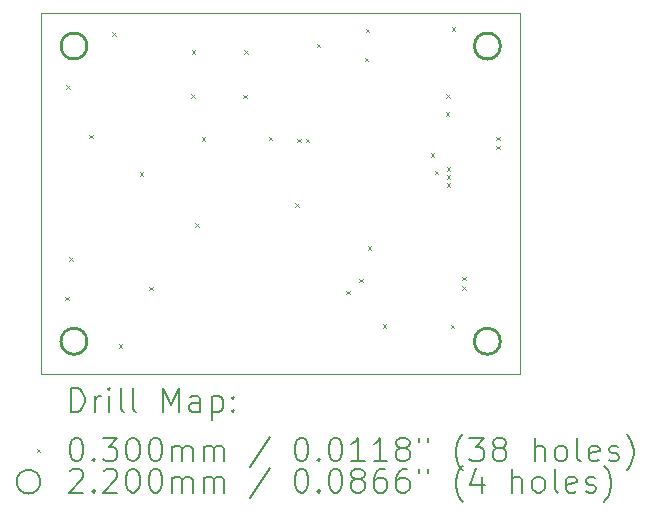
<source format=gbr>
%TF.GenerationSoftware,KiCad,Pcbnew,8.0.6*%
%TF.CreationDate,2024-11-12T21:32:05-08:00*%
%TF.ProjectId,sensor_board,73656e73-6f72-45f6-926f-6172642e6b69,rev?*%
%TF.SameCoordinates,Original*%
%TF.FileFunction,Drillmap*%
%TF.FilePolarity,Positive*%
%FSLAX45Y45*%
G04 Gerber Fmt 4.5, Leading zero omitted, Abs format (unit mm)*
G04 Created by KiCad (PCBNEW 8.0.6) date 2024-11-12 21:32:05*
%MOMM*%
%LPD*%
G01*
G04 APERTURE LIST*
%ADD10C,0.100000*%
%ADD11C,0.200000*%
%ADD12C,0.220000*%
G04 APERTURE END LIST*
D10*
X0Y0D02*
X4060000Y0D01*
X4060000Y-3060000D01*
X0Y-3060000D01*
X0Y0D01*
D11*
D10*
X205980Y-2403080D02*
X235980Y-2433080D01*
X235980Y-2403080D02*
X205980Y-2433080D01*
X216140Y-612380D02*
X246140Y-642380D01*
X246140Y-612380D02*
X216140Y-642380D01*
X239000Y-2067800D02*
X269000Y-2097800D01*
X269000Y-2067800D02*
X239000Y-2097800D01*
X409180Y-1031480D02*
X439180Y-1061480D01*
X439180Y-1031480D02*
X409180Y-1061480D01*
X604760Y-162800D02*
X634760Y-192800D01*
X634760Y-162800D02*
X604760Y-192800D01*
X658100Y-2804400D02*
X688100Y-2834400D01*
X688100Y-2804400D02*
X658100Y-2834400D01*
X835900Y-1348980D02*
X865900Y-1378980D01*
X865900Y-1348980D02*
X835900Y-1378980D01*
X916500Y-2316720D02*
X946500Y-2346720D01*
X946500Y-2316720D02*
X916500Y-2346720D01*
X1272780Y-686040D02*
X1302780Y-716040D01*
X1302780Y-686040D02*
X1272780Y-716040D01*
X1277860Y-317740D02*
X1307860Y-347740D01*
X1307860Y-317740D02*
X1277860Y-347740D01*
X1308340Y-1778240D02*
X1338340Y-1808240D01*
X1338340Y-1778240D02*
X1308340Y-1808240D01*
X1361680Y-1051800D02*
X1391680Y-1081800D01*
X1391680Y-1051800D02*
X1361680Y-1081800D01*
X1714740Y-693660D02*
X1744740Y-723660D01*
X1744740Y-693660D02*
X1714740Y-723660D01*
X1719820Y-317740D02*
X1749820Y-347740D01*
X1749820Y-317740D02*
X1719820Y-347740D01*
X1930640Y-1046720D02*
X1960640Y-1076720D01*
X1960640Y-1046720D02*
X1930640Y-1076720D01*
X2151620Y-1613140D02*
X2181620Y-1643140D01*
X2181620Y-1613140D02*
X2151620Y-1643140D01*
X2171940Y-1064500D02*
X2201940Y-1094500D01*
X2201940Y-1064500D02*
X2171940Y-1094500D01*
X2240520Y-1064500D02*
X2270520Y-1094500D01*
X2270520Y-1064500D02*
X2240520Y-1094500D01*
X2335000Y-260000D02*
X2365000Y-290000D01*
X2365000Y-260000D02*
X2335000Y-290000D01*
X2585960Y-2352280D02*
X2615960Y-2382280D01*
X2615960Y-2352280D02*
X2585960Y-2382280D01*
X2696692Y-2249168D02*
X2726692Y-2279168D01*
X2726692Y-2249168D02*
X2696692Y-2279168D01*
X2743440Y-378700D02*
X2773440Y-408700D01*
X2773440Y-378700D02*
X2743440Y-408700D01*
X2748520Y-132320D02*
X2778520Y-162320D01*
X2778520Y-132320D02*
X2748520Y-162320D01*
X2768840Y-1973820D02*
X2798840Y-2003820D01*
X2798840Y-1973820D02*
X2768840Y-2003820D01*
X2895840Y-2636760D02*
X2925840Y-2666760D01*
X2925840Y-2636760D02*
X2895840Y-2666760D01*
X3299700Y-1188960D02*
X3329700Y-1218960D01*
X3329700Y-1188960D02*
X3299700Y-1218960D01*
X3335260Y-1336280D02*
X3365260Y-1366280D01*
X3365260Y-1336280D02*
X3335260Y-1366280D01*
X3429240Y-838440D02*
X3459240Y-868440D01*
X3459240Y-838440D02*
X3429240Y-868440D01*
X3431780Y-686040D02*
X3461780Y-716040D01*
X3461780Y-686040D02*
X3431780Y-716040D01*
X3436860Y-1305800D02*
X3466860Y-1335800D01*
X3466860Y-1305800D02*
X3436860Y-1335800D01*
X3436860Y-1374380D02*
X3466860Y-1404380D01*
X3466860Y-1374380D02*
X3436860Y-1404380D01*
X3436860Y-1442960D02*
X3466860Y-1472960D01*
X3466860Y-1442960D02*
X3436860Y-1472960D01*
X3469880Y-2639300D02*
X3499880Y-2669300D01*
X3499880Y-2639300D02*
X3469880Y-2669300D01*
X3480040Y-122160D02*
X3510040Y-152160D01*
X3510040Y-122160D02*
X3480040Y-152160D01*
X3566400Y-2232900D02*
X3596400Y-2262900D01*
X3596400Y-2232900D02*
X3566400Y-2262900D01*
X3568940Y-2314180D02*
X3598940Y-2344180D01*
X3598940Y-2314180D02*
X3568940Y-2344180D01*
X3855960Y-1046720D02*
X3885960Y-1076720D01*
X3885960Y-1046720D02*
X3855960Y-1076720D01*
X3855960Y-1122920D02*
X3885960Y-1152920D01*
X3885960Y-1122920D02*
X3855960Y-1152920D01*
D12*
X390000Y-280000D02*
G75*
G02*
X170000Y-280000I-110000J0D01*
G01*
X170000Y-280000D02*
G75*
G02*
X390000Y-280000I110000J0D01*
G01*
X390000Y-2780000D02*
G75*
G02*
X170000Y-2780000I-110000J0D01*
G01*
X170000Y-2780000D02*
G75*
G02*
X390000Y-2780000I110000J0D01*
G01*
X3890000Y-280000D02*
G75*
G02*
X3670000Y-280000I-110000J0D01*
G01*
X3670000Y-280000D02*
G75*
G02*
X3890000Y-280000I110000J0D01*
G01*
X3890000Y-2780000D02*
G75*
G02*
X3670000Y-2780000I-110000J0D01*
G01*
X3670000Y-2780000D02*
G75*
G02*
X3890000Y-2780000I110000J0D01*
G01*
D11*
X255777Y-3376484D02*
X255777Y-3176484D01*
X255777Y-3176484D02*
X303396Y-3176484D01*
X303396Y-3176484D02*
X331967Y-3186008D01*
X331967Y-3186008D02*
X351015Y-3205055D01*
X351015Y-3205055D02*
X360539Y-3224103D01*
X360539Y-3224103D02*
X370062Y-3262198D01*
X370062Y-3262198D02*
X370062Y-3290769D01*
X370062Y-3290769D02*
X360539Y-3328865D01*
X360539Y-3328865D02*
X351015Y-3347912D01*
X351015Y-3347912D02*
X331967Y-3366960D01*
X331967Y-3366960D02*
X303396Y-3376484D01*
X303396Y-3376484D02*
X255777Y-3376484D01*
X455777Y-3376484D02*
X455777Y-3243150D01*
X455777Y-3281246D02*
X465301Y-3262198D01*
X465301Y-3262198D02*
X474824Y-3252674D01*
X474824Y-3252674D02*
X493872Y-3243150D01*
X493872Y-3243150D02*
X512920Y-3243150D01*
X579586Y-3376484D02*
X579586Y-3243150D01*
X579586Y-3176484D02*
X570063Y-3186008D01*
X570063Y-3186008D02*
X579586Y-3195531D01*
X579586Y-3195531D02*
X589110Y-3186008D01*
X589110Y-3186008D02*
X579586Y-3176484D01*
X579586Y-3176484D02*
X579586Y-3195531D01*
X703396Y-3376484D02*
X684348Y-3366960D01*
X684348Y-3366960D02*
X674824Y-3347912D01*
X674824Y-3347912D02*
X674824Y-3176484D01*
X808158Y-3376484D02*
X789110Y-3366960D01*
X789110Y-3366960D02*
X779586Y-3347912D01*
X779586Y-3347912D02*
X779586Y-3176484D01*
X1036729Y-3376484D02*
X1036729Y-3176484D01*
X1036729Y-3176484D02*
X1103396Y-3319341D01*
X1103396Y-3319341D02*
X1170063Y-3176484D01*
X1170063Y-3176484D02*
X1170063Y-3376484D01*
X1351015Y-3376484D02*
X1351015Y-3271722D01*
X1351015Y-3271722D02*
X1341491Y-3252674D01*
X1341491Y-3252674D02*
X1322444Y-3243150D01*
X1322444Y-3243150D02*
X1284348Y-3243150D01*
X1284348Y-3243150D02*
X1265301Y-3252674D01*
X1351015Y-3366960D02*
X1331967Y-3376484D01*
X1331967Y-3376484D02*
X1284348Y-3376484D01*
X1284348Y-3376484D02*
X1265301Y-3366960D01*
X1265301Y-3366960D02*
X1255777Y-3347912D01*
X1255777Y-3347912D02*
X1255777Y-3328865D01*
X1255777Y-3328865D02*
X1265301Y-3309817D01*
X1265301Y-3309817D02*
X1284348Y-3300293D01*
X1284348Y-3300293D02*
X1331967Y-3300293D01*
X1331967Y-3300293D02*
X1351015Y-3290769D01*
X1446253Y-3243150D02*
X1446253Y-3443150D01*
X1446253Y-3252674D02*
X1465301Y-3243150D01*
X1465301Y-3243150D02*
X1503396Y-3243150D01*
X1503396Y-3243150D02*
X1522443Y-3252674D01*
X1522443Y-3252674D02*
X1531967Y-3262198D01*
X1531967Y-3262198D02*
X1541491Y-3281246D01*
X1541491Y-3281246D02*
X1541491Y-3338388D01*
X1541491Y-3338388D02*
X1531967Y-3357436D01*
X1531967Y-3357436D02*
X1522443Y-3366960D01*
X1522443Y-3366960D02*
X1503396Y-3376484D01*
X1503396Y-3376484D02*
X1465301Y-3376484D01*
X1465301Y-3376484D02*
X1446253Y-3366960D01*
X1627205Y-3357436D02*
X1636729Y-3366960D01*
X1636729Y-3366960D02*
X1627205Y-3376484D01*
X1627205Y-3376484D02*
X1617682Y-3366960D01*
X1617682Y-3366960D02*
X1627205Y-3357436D01*
X1627205Y-3357436D02*
X1627205Y-3376484D01*
X1627205Y-3252674D02*
X1636729Y-3262198D01*
X1636729Y-3262198D02*
X1627205Y-3271722D01*
X1627205Y-3271722D02*
X1617682Y-3262198D01*
X1617682Y-3262198D02*
X1627205Y-3252674D01*
X1627205Y-3252674D02*
X1627205Y-3271722D01*
D10*
X-35000Y-3690000D02*
X-5000Y-3720000D01*
X-5000Y-3690000D02*
X-35000Y-3720000D01*
D11*
X293872Y-3596484D02*
X312920Y-3596484D01*
X312920Y-3596484D02*
X331967Y-3606008D01*
X331967Y-3606008D02*
X341491Y-3615531D01*
X341491Y-3615531D02*
X351015Y-3634579D01*
X351015Y-3634579D02*
X360539Y-3672674D01*
X360539Y-3672674D02*
X360539Y-3720293D01*
X360539Y-3720293D02*
X351015Y-3758388D01*
X351015Y-3758388D02*
X341491Y-3777436D01*
X341491Y-3777436D02*
X331967Y-3786960D01*
X331967Y-3786960D02*
X312920Y-3796484D01*
X312920Y-3796484D02*
X293872Y-3796484D01*
X293872Y-3796484D02*
X274824Y-3786960D01*
X274824Y-3786960D02*
X265301Y-3777436D01*
X265301Y-3777436D02*
X255777Y-3758388D01*
X255777Y-3758388D02*
X246253Y-3720293D01*
X246253Y-3720293D02*
X246253Y-3672674D01*
X246253Y-3672674D02*
X255777Y-3634579D01*
X255777Y-3634579D02*
X265301Y-3615531D01*
X265301Y-3615531D02*
X274824Y-3606008D01*
X274824Y-3606008D02*
X293872Y-3596484D01*
X446253Y-3777436D02*
X455777Y-3786960D01*
X455777Y-3786960D02*
X446253Y-3796484D01*
X446253Y-3796484D02*
X436729Y-3786960D01*
X436729Y-3786960D02*
X446253Y-3777436D01*
X446253Y-3777436D02*
X446253Y-3796484D01*
X522443Y-3596484D02*
X646253Y-3596484D01*
X646253Y-3596484D02*
X579586Y-3672674D01*
X579586Y-3672674D02*
X608158Y-3672674D01*
X608158Y-3672674D02*
X627205Y-3682198D01*
X627205Y-3682198D02*
X636729Y-3691722D01*
X636729Y-3691722D02*
X646253Y-3710769D01*
X646253Y-3710769D02*
X646253Y-3758388D01*
X646253Y-3758388D02*
X636729Y-3777436D01*
X636729Y-3777436D02*
X627205Y-3786960D01*
X627205Y-3786960D02*
X608158Y-3796484D01*
X608158Y-3796484D02*
X551015Y-3796484D01*
X551015Y-3796484D02*
X531967Y-3786960D01*
X531967Y-3786960D02*
X522443Y-3777436D01*
X770062Y-3596484D02*
X789110Y-3596484D01*
X789110Y-3596484D02*
X808158Y-3606008D01*
X808158Y-3606008D02*
X817682Y-3615531D01*
X817682Y-3615531D02*
X827205Y-3634579D01*
X827205Y-3634579D02*
X836729Y-3672674D01*
X836729Y-3672674D02*
X836729Y-3720293D01*
X836729Y-3720293D02*
X827205Y-3758388D01*
X827205Y-3758388D02*
X817682Y-3777436D01*
X817682Y-3777436D02*
X808158Y-3786960D01*
X808158Y-3786960D02*
X789110Y-3796484D01*
X789110Y-3796484D02*
X770062Y-3796484D01*
X770062Y-3796484D02*
X751015Y-3786960D01*
X751015Y-3786960D02*
X741491Y-3777436D01*
X741491Y-3777436D02*
X731967Y-3758388D01*
X731967Y-3758388D02*
X722443Y-3720293D01*
X722443Y-3720293D02*
X722443Y-3672674D01*
X722443Y-3672674D02*
X731967Y-3634579D01*
X731967Y-3634579D02*
X741491Y-3615531D01*
X741491Y-3615531D02*
X751015Y-3606008D01*
X751015Y-3606008D02*
X770062Y-3596484D01*
X960539Y-3596484D02*
X979586Y-3596484D01*
X979586Y-3596484D02*
X998634Y-3606008D01*
X998634Y-3606008D02*
X1008158Y-3615531D01*
X1008158Y-3615531D02*
X1017682Y-3634579D01*
X1017682Y-3634579D02*
X1027205Y-3672674D01*
X1027205Y-3672674D02*
X1027205Y-3720293D01*
X1027205Y-3720293D02*
X1017682Y-3758388D01*
X1017682Y-3758388D02*
X1008158Y-3777436D01*
X1008158Y-3777436D02*
X998634Y-3786960D01*
X998634Y-3786960D02*
X979586Y-3796484D01*
X979586Y-3796484D02*
X960539Y-3796484D01*
X960539Y-3796484D02*
X941491Y-3786960D01*
X941491Y-3786960D02*
X931967Y-3777436D01*
X931967Y-3777436D02*
X922443Y-3758388D01*
X922443Y-3758388D02*
X912920Y-3720293D01*
X912920Y-3720293D02*
X912920Y-3672674D01*
X912920Y-3672674D02*
X922443Y-3634579D01*
X922443Y-3634579D02*
X931967Y-3615531D01*
X931967Y-3615531D02*
X941491Y-3606008D01*
X941491Y-3606008D02*
X960539Y-3596484D01*
X1112920Y-3796484D02*
X1112920Y-3663150D01*
X1112920Y-3682198D02*
X1122444Y-3672674D01*
X1122444Y-3672674D02*
X1141491Y-3663150D01*
X1141491Y-3663150D02*
X1170063Y-3663150D01*
X1170063Y-3663150D02*
X1189110Y-3672674D01*
X1189110Y-3672674D02*
X1198634Y-3691722D01*
X1198634Y-3691722D02*
X1198634Y-3796484D01*
X1198634Y-3691722D02*
X1208158Y-3672674D01*
X1208158Y-3672674D02*
X1227205Y-3663150D01*
X1227205Y-3663150D02*
X1255777Y-3663150D01*
X1255777Y-3663150D02*
X1274825Y-3672674D01*
X1274825Y-3672674D02*
X1284348Y-3691722D01*
X1284348Y-3691722D02*
X1284348Y-3796484D01*
X1379586Y-3796484D02*
X1379586Y-3663150D01*
X1379586Y-3682198D02*
X1389110Y-3672674D01*
X1389110Y-3672674D02*
X1408158Y-3663150D01*
X1408158Y-3663150D02*
X1436729Y-3663150D01*
X1436729Y-3663150D02*
X1455777Y-3672674D01*
X1455777Y-3672674D02*
X1465301Y-3691722D01*
X1465301Y-3691722D02*
X1465301Y-3796484D01*
X1465301Y-3691722D02*
X1474824Y-3672674D01*
X1474824Y-3672674D02*
X1493872Y-3663150D01*
X1493872Y-3663150D02*
X1522443Y-3663150D01*
X1522443Y-3663150D02*
X1541491Y-3672674D01*
X1541491Y-3672674D02*
X1551015Y-3691722D01*
X1551015Y-3691722D02*
X1551015Y-3796484D01*
X1941491Y-3586960D02*
X1770063Y-3844103D01*
X2198634Y-3596484D02*
X2217682Y-3596484D01*
X2217682Y-3596484D02*
X2236729Y-3606008D01*
X2236729Y-3606008D02*
X2246253Y-3615531D01*
X2246253Y-3615531D02*
X2255777Y-3634579D01*
X2255777Y-3634579D02*
X2265301Y-3672674D01*
X2265301Y-3672674D02*
X2265301Y-3720293D01*
X2265301Y-3720293D02*
X2255777Y-3758388D01*
X2255777Y-3758388D02*
X2246253Y-3777436D01*
X2246253Y-3777436D02*
X2236729Y-3786960D01*
X2236729Y-3786960D02*
X2217682Y-3796484D01*
X2217682Y-3796484D02*
X2198634Y-3796484D01*
X2198634Y-3796484D02*
X2179587Y-3786960D01*
X2179587Y-3786960D02*
X2170063Y-3777436D01*
X2170063Y-3777436D02*
X2160539Y-3758388D01*
X2160539Y-3758388D02*
X2151015Y-3720293D01*
X2151015Y-3720293D02*
X2151015Y-3672674D01*
X2151015Y-3672674D02*
X2160539Y-3634579D01*
X2160539Y-3634579D02*
X2170063Y-3615531D01*
X2170063Y-3615531D02*
X2179587Y-3606008D01*
X2179587Y-3606008D02*
X2198634Y-3596484D01*
X2351015Y-3777436D02*
X2360539Y-3786960D01*
X2360539Y-3786960D02*
X2351015Y-3796484D01*
X2351015Y-3796484D02*
X2341491Y-3786960D01*
X2341491Y-3786960D02*
X2351015Y-3777436D01*
X2351015Y-3777436D02*
X2351015Y-3796484D01*
X2484348Y-3596484D02*
X2503396Y-3596484D01*
X2503396Y-3596484D02*
X2522444Y-3606008D01*
X2522444Y-3606008D02*
X2531968Y-3615531D01*
X2531968Y-3615531D02*
X2541491Y-3634579D01*
X2541491Y-3634579D02*
X2551015Y-3672674D01*
X2551015Y-3672674D02*
X2551015Y-3720293D01*
X2551015Y-3720293D02*
X2541491Y-3758388D01*
X2541491Y-3758388D02*
X2531968Y-3777436D01*
X2531968Y-3777436D02*
X2522444Y-3786960D01*
X2522444Y-3786960D02*
X2503396Y-3796484D01*
X2503396Y-3796484D02*
X2484348Y-3796484D01*
X2484348Y-3796484D02*
X2465301Y-3786960D01*
X2465301Y-3786960D02*
X2455777Y-3777436D01*
X2455777Y-3777436D02*
X2446253Y-3758388D01*
X2446253Y-3758388D02*
X2436729Y-3720293D01*
X2436729Y-3720293D02*
X2436729Y-3672674D01*
X2436729Y-3672674D02*
X2446253Y-3634579D01*
X2446253Y-3634579D02*
X2455777Y-3615531D01*
X2455777Y-3615531D02*
X2465301Y-3606008D01*
X2465301Y-3606008D02*
X2484348Y-3596484D01*
X2741491Y-3796484D02*
X2627206Y-3796484D01*
X2684348Y-3796484D02*
X2684348Y-3596484D01*
X2684348Y-3596484D02*
X2665301Y-3625055D01*
X2665301Y-3625055D02*
X2646253Y-3644103D01*
X2646253Y-3644103D02*
X2627206Y-3653627D01*
X2931967Y-3796484D02*
X2817682Y-3796484D01*
X2874825Y-3796484D02*
X2874825Y-3596484D01*
X2874825Y-3596484D02*
X2855777Y-3625055D01*
X2855777Y-3625055D02*
X2836729Y-3644103D01*
X2836729Y-3644103D02*
X2817682Y-3653627D01*
X3046253Y-3682198D02*
X3027206Y-3672674D01*
X3027206Y-3672674D02*
X3017682Y-3663150D01*
X3017682Y-3663150D02*
X3008158Y-3644103D01*
X3008158Y-3644103D02*
X3008158Y-3634579D01*
X3008158Y-3634579D02*
X3017682Y-3615531D01*
X3017682Y-3615531D02*
X3027206Y-3606008D01*
X3027206Y-3606008D02*
X3046253Y-3596484D01*
X3046253Y-3596484D02*
X3084348Y-3596484D01*
X3084348Y-3596484D02*
X3103396Y-3606008D01*
X3103396Y-3606008D02*
X3112920Y-3615531D01*
X3112920Y-3615531D02*
X3122444Y-3634579D01*
X3122444Y-3634579D02*
X3122444Y-3644103D01*
X3122444Y-3644103D02*
X3112920Y-3663150D01*
X3112920Y-3663150D02*
X3103396Y-3672674D01*
X3103396Y-3672674D02*
X3084348Y-3682198D01*
X3084348Y-3682198D02*
X3046253Y-3682198D01*
X3046253Y-3682198D02*
X3027206Y-3691722D01*
X3027206Y-3691722D02*
X3017682Y-3701246D01*
X3017682Y-3701246D02*
X3008158Y-3720293D01*
X3008158Y-3720293D02*
X3008158Y-3758388D01*
X3008158Y-3758388D02*
X3017682Y-3777436D01*
X3017682Y-3777436D02*
X3027206Y-3786960D01*
X3027206Y-3786960D02*
X3046253Y-3796484D01*
X3046253Y-3796484D02*
X3084348Y-3796484D01*
X3084348Y-3796484D02*
X3103396Y-3786960D01*
X3103396Y-3786960D02*
X3112920Y-3777436D01*
X3112920Y-3777436D02*
X3122444Y-3758388D01*
X3122444Y-3758388D02*
X3122444Y-3720293D01*
X3122444Y-3720293D02*
X3112920Y-3701246D01*
X3112920Y-3701246D02*
X3103396Y-3691722D01*
X3103396Y-3691722D02*
X3084348Y-3682198D01*
X3198634Y-3596484D02*
X3198634Y-3634579D01*
X3274825Y-3596484D02*
X3274825Y-3634579D01*
X3570063Y-3872674D02*
X3560539Y-3863150D01*
X3560539Y-3863150D02*
X3541491Y-3834579D01*
X3541491Y-3834579D02*
X3531968Y-3815531D01*
X3531968Y-3815531D02*
X3522444Y-3786960D01*
X3522444Y-3786960D02*
X3512920Y-3739341D01*
X3512920Y-3739341D02*
X3512920Y-3701246D01*
X3512920Y-3701246D02*
X3522444Y-3653627D01*
X3522444Y-3653627D02*
X3531968Y-3625055D01*
X3531968Y-3625055D02*
X3541491Y-3606008D01*
X3541491Y-3606008D02*
X3560539Y-3577436D01*
X3560539Y-3577436D02*
X3570063Y-3567912D01*
X3627206Y-3596484D02*
X3751015Y-3596484D01*
X3751015Y-3596484D02*
X3684348Y-3672674D01*
X3684348Y-3672674D02*
X3712920Y-3672674D01*
X3712920Y-3672674D02*
X3731968Y-3682198D01*
X3731968Y-3682198D02*
X3741491Y-3691722D01*
X3741491Y-3691722D02*
X3751015Y-3710769D01*
X3751015Y-3710769D02*
X3751015Y-3758388D01*
X3751015Y-3758388D02*
X3741491Y-3777436D01*
X3741491Y-3777436D02*
X3731968Y-3786960D01*
X3731968Y-3786960D02*
X3712920Y-3796484D01*
X3712920Y-3796484D02*
X3655777Y-3796484D01*
X3655777Y-3796484D02*
X3636729Y-3786960D01*
X3636729Y-3786960D02*
X3627206Y-3777436D01*
X3865301Y-3682198D02*
X3846253Y-3672674D01*
X3846253Y-3672674D02*
X3836729Y-3663150D01*
X3836729Y-3663150D02*
X3827206Y-3644103D01*
X3827206Y-3644103D02*
X3827206Y-3634579D01*
X3827206Y-3634579D02*
X3836729Y-3615531D01*
X3836729Y-3615531D02*
X3846253Y-3606008D01*
X3846253Y-3606008D02*
X3865301Y-3596484D01*
X3865301Y-3596484D02*
X3903396Y-3596484D01*
X3903396Y-3596484D02*
X3922444Y-3606008D01*
X3922444Y-3606008D02*
X3931968Y-3615531D01*
X3931968Y-3615531D02*
X3941491Y-3634579D01*
X3941491Y-3634579D02*
X3941491Y-3644103D01*
X3941491Y-3644103D02*
X3931968Y-3663150D01*
X3931968Y-3663150D02*
X3922444Y-3672674D01*
X3922444Y-3672674D02*
X3903396Y-3682198D01*
X3903396Y-3682198D02*
X3865301Y-3682198D01*
X3865301Y-3682198D02*
X3846253Y-3691722D01*
X3846253Y-3691722D02*
X3836729Y-3701246D01*
X3836729Y-3701246D02*
X3827206Y-3720293D01*
X3827206Y-3720293D02*
X3827206Y-3758388D01*
X3827206Y-3758388D02*
X3836729Y-3777436D01*
X3836729Y-3777436D02*
X3846253Y-3786960D01*
X3846253Y-3786960D02*
X3865301Y-3796484D01*
X3865301Y-3796484D02*
X3903396Y-3796484D01*
X3903396Y-3796484D02*
X3922444Y-3786960D01*
X3922444Y-3786960D02*
X3931968Y-3777436D01*
X3931968Y-3777436D02*
X3941491Y-3758388D01*
X3941491Y-3758388D02*
X3941491Y-3720293D01*
X3941491Y-3720293D02*
X3931968Y-3701246D01*
X3931968Y-3701246D02*
X3922444Y-3691722D01*
X3922444Y-3691722D02*
X3903396Y-3682198D01*
X4179587Y-3796484D02*
X4179587Y-3596484D01*
X4265301Y-3796484D02*
X4265301Y-3691722D01*
X4265301Y-3691722D02*
X4255777Y-3672674D01*
X4255777Y-3672674D02*
X4236730Y-3663150D01*
X4236730Y-3663150D02*
X4208158Y-3663150D01*
X4208158Y-3663150D02*
X4189110Y-3672674D01*
X4189110Y-3672674D02*
X4179587Y-3682198D01*
X4389111Y-3796484D02*
X4370063Y-3786960D01*
X4370063Y-3786960D02*
X4360539Y-3777436D01*
X4360539Y-3777436D02*
X4351015Y-3758388D01*
X4351015Y-3758388D02*
X4351015Y-3701246D01*
X4351015Y-3701246D02*
X4360539Y-3682198D01*
X4360539Y-3682198D02*
X4370063Y-3672674D01*
X4370063Y-3672674D02*
X4389111Y-3663150D01*
X4389111Y-3663150D02*
X4417682Y-3663150D01*
X4417682Y-3663150D02*
X4436730Y-3672674D01*
X4436730Y-3672674D02*
X4446253Y-3682198D01*
X4446253Y-3682198D02*
X4455777Y-3701246D01*
X4455777Y-3701246D02*
X4455777Y-3758388D01*
X4455777Y-3758388D02*
X4446253Y-3777436D01*
X4446253Y-3777436D02*
X4436730Y-3786960D01*
X4436730Y-3786960D02*
X4417682Y-3796484D01*
X4417682Y-3796484D02*
X4389111Y-3796484D01*
X4570063Y-3796484D02*
X4551015Y-3786960D01*
X4551015Y-3786960D02*
X4541492Y-3767912D01*
X4541492Y-3767912D02*
X4541492Y-3596484D01*
X4722444Y-3786960D02*
X4703396Y-3796484D01*
X4703396Y-3796484D02*
X4665301Y-3796484D01*
X4665301Y-3796484D02*
X4646253Y-3786960D01*
X4646253Y-3786960D02*
X4636730Y-3767912D01*
X4636730Y-3767912D02*
X4636730Y-3691722D01*
X4636730Y-3691722D02*
X4646253Y-3672674D01*
X4646253Y-3672674D02*
X4665301Y-3663150D01*
X4665301Y-3663150D02*
X4703396Y-3663150D01*
X4703396Y-3663150D02*
X4722444Y-3672674D01*
X4722444Y-3672674D02*
X4731968Y-3691722D01*
X4731968Y-3691722D02*
X4731968Y-3710769D01*
X4731968Y-3710769D02*
X4636730Y-3729817D01*
X4808158Y-3786960D02*
X4827206Y-3796484D01*
X4827206Y-3796484D02*
X4865301Y-3796484D01*
X4865301Y-3796484D02*
X4884349Y-3786960D01*
X4884349Y-3786960D02*
X4893873Y-3767912D01*
X4893873Y-3767912D02*
X4893873Y-3758388D01*
X4893873Y-3758388D02*
X4884349Y-3739341D01*
X4884349Y-3739341D02*
X4865301Y-3729817D01*
X4865301Y-3729817D02*
X4836730Y-3729817D01*
X4836730Y-3729817D02*
X4817682Y-3720293D01*
X4817682Y-3720293D02*
X4808158Y-3701246D01*
X4808158Y-3701246D02*
X4808158Y-3691722D01*
X4808158Y-3691722D02*
X4817682Y-3672674D01*
X4817682Y-3672674D02*
X4836730Y-3663150D01*
X4836730Y-3663150D02*
X4865301Y-3663150D01*
X4865301Y-3663150D02*
X4884349Y-3672674D01*
X4960539Y-3872674D02*
X4970063Y-3863150D01*
X4970063Y-3863150D02*
X4989111Y-3834579D01*
X4989111Y-3834579D02*
X4998634Y-3815531D01*
X4998634Y-3815531D02*
X5008158Y-3786960D01*
X5008158Y-3786960D02*
X5017682Y-3739341D01*
X5017682Y-3739341D02*
X5017682Y-3701246D01*
X5017682Y-3701246D02*
X5008158Y-3653627D01*
X5008158Y-3653627D02*
X4998634Y-3625055D01*
X4998634Y-3625055D02*
X4989111Y-3606008D01*
X4989111Y-3606008D02*
X4970063Y-3577436D01*
X4970063Y-3577436D02*
X4960539Y-3567912D01*
X-5000Y-3969000D02*
G75*
G02*
X-205000Y-3969000I-100000J0D01*
G01*
X-205000Y-3969000D02*
G75*
G02*
X-5000Y-3969000I100000J0D01*
G01*
X246253Y-3879531D02*
X255777Y-3870008D01*
X255777Y-3870008D02*
X274824Y-3860484D01*
X274824Y-3860484D02*
X322444Y-3860484D01*
X322444Y-3860484D02*
X341491Y-3870008D01*
X341491Y-3870008D02*
X351015Y-3879531D01*
X351015Y-3879531D02*
X360539Y-3898579D01*
X360539Y-3898579D02*
X360539Y-3917627D01*
X360539Y-3917627D02*
X351015Y-3946198D01*
X351015Y-3946198D02*
X236729Y-4060484D01*
X236729Y-4060484D02*
X360539Y-4060484D01*
X446253Y-4041436D02*
X455777Y-4050960D01*
X455777Y-4050960D02*
X446253Y-4060484D01*
X446253Y-4060484D02*
X436729Y-4050960D01*
X436729Y-4050960D02*
X446253Y-4041436D01*
X446253Y-4041436D02*
X446253Y-4060484D01*
X531967Y-3879531D02*
X541491Y-3870008D01*
X541491Y-3870008D02*
X560539Y-3860484D01*
X560539Y-3860484D02*
X608158Y-3860484D01*
X608158Y-3860484D02*
X627205Y-3870008D01*
X627205Y-3870008D02*
X636729Y-3879531D01*
X636729Y-3879531D02*
X646253Y-3898579D01*
X646253Y-3898579D02*
X646253Y-3917627D01*
X646253Y-3917627D02*
X636729Y-3946198D01*
X636729Y-3946198D02*
X522443Y-4060484D01*
X522443Y-4060484D02*
X646253Y-4060484D01*
X770062Y-3860484D02*
X789110Y-3860484D01*
X789110Y-3860484D02*
X808158Y-3870008D01*
X808158Y-3870008D02*
X817682Y-3879531D01*
X817682Y-3879531D02*
X827205Y-3898579D01*
X827205Y-3898579D02*
X836729Y-3936674D01*
X836729Y-3936674D02*
X836729Y-3984293D01*
X836729Y-3984293D02*
X827205Y-4022388D01*
X827205Y-4022388D02*
X817682Y-4041436D01*
X817682Y-4041436D02*
X808158Y-4050960D01*
X808158Y-4050960D02*
X789110Y-4060484D01*
X789110Y-4060484D02*
X770062Y-4060484D01*
X770062Y-4060484D02*
X751015Y-4050960D01*
X751015Y-4050960D02*
X741491Y-4041436D01*
X741491Y-4041436D02*
X731967Y-4022388D01*
X731967Y-4022388D02*
X722443Y-3984293D01*
X722443Y-3984293D02*
X722443Y-3936674D01*
X722443Y-3936674D02*
X731967Y-3898579D01*
X731967Y-3898579D02*
X741491Y-3879531D01*
X741491Y-3879531D02*
X751015Y-3870008D01*
X751015Y-3870008D02*
X770062Y-3860484D01*
X960539Y-3860484D02*
X979586Y-3860484D01*
X979586Y-3860484D02*
X998634Y-3870008D01*
X998634Y-3870008D02*
X1008158Y-3879531D01*
X1008158Y-3879531D02*
X1017682Y-3898579D01*
X1017682Y-3898579D02*
X1027205Y-3936674D01*
X1027205Y-3936674D02*
X1027205Y-3984293D01*
X1027205Y-3984293D02*
X1017682Y-4022388D01*
X1017682Y-4022388D02*
X1008158Y-4041436D01*
X1008158Y-4041436D02*
X998634Y-4050960D01*
X998634Y-4050960D02*
X979586Y-4060484D01*
X979586Y-4060484D02*
X960539Y-4060484D01*
X960539Y-4060484D02*
X941491Y-4050960D01*
X941491Y-4050960D02*
X931967Y-4041436D01*
X931967Y-4041436D02*
X922443Y-4022388D01*
X922443Y-4022388D02*
X912920Y-3984293D01*
X912920Y-3984293D02*
X912920Y-3936674D01*
X912920Y-3936674D02*
X922443Y-3898579D01*
X922443Y-3898579D02*
X931967Y-3879531D01*
X931967Y-3879531D02*
X941491Y-3870008D01*
X941491Y-3870008D02*
X960539Y-3860484D01*
X1112920Y-4060484D02*
X1112920Y-3927150D01*
X1112920Y-3946198D02*
X1122444Y-3936674D01*
X1122444Y-3936674D02*
X1141491Y-3927150D01*
X1141491Y-3927150D02*
X1170063Y-3927150D01*
X1170063Y-3927150D02*
X1189110Y-3936674D01*
X1189110Y-3936674D02*
X1198634Y-3955722D01*
X1198634Y-3955722D02*
X1198634Y-4060484D01*
X1198634Y-3955722D02*
X1208158Y-3936674D01*
X1208158Y-3936674D02*
X1227205Y-3927150D01*
X1227205Y-3927150D02*
X1255777Y-3927150D01*
X1255777Y-3927150D02*
X1274825Y-3936674D01*
X1274825Y-3936674D02*
X1284348Y-3955722D01*
X1284348Y-3955722D02*
X1284348Y-4060484D01*
X1379586Y-4060484D02*
X1379586Y-3927150D01*
X1379586Y-3946198D02*
X1389110Y-3936674D01*
X1389110Y-3936674D02*
X1408158Y-3927150D01*
X1408158Y-3927150D02*
X1436729Y-3927150D01*
X1436729Y-3927150D02*
X1455777Y-3936674D01*
X1455777Y-3936674D02*
X1465301Y-3955722D01*
X1465301Y-3955722D02*
X1465301Y-4060484D01*
X1465301Y-3955722D02*
X1474824Y-3936674D01*
X1474824Y-3936674D02*
X1493872Y-3927150D01*
X1493872Y-3927150D02*
X1522443Y-3927150D01*
X1522443Y-3927150D02*
X1541491Y-3936674D01*
X1541491Y-3936674D02*
X1551015Y-3955722D01*
X1551015Y-3955722D02*
X1551015Y-4060484D01*
X1941491Y-3850960D02*
X1770063Y-4108103D01*
X2198634Y-3860484D02*
X2217682Y-3860484D01*
X2217682Y-3860484D02*
X2236729Y-3870008D01*
X2236729Y-3870008D02*
X2246253Y-3879531D01*
X2246253Y-3879531D02*
X2255777Y-3898579D01*
X2255777Y-3898579D02*
X2265301Y-3936674D01*
X2265301Y-3936674D02*
X2265301Y-3984293D01*
X2265301Y-3984293D02*
X2255777Y-4022388D01*
X2255777Y-4022388D02*
X2246253Y-4041436D01*
X2246253Y-4041436D02*
X2236729Y-4050960D01*
X2236729Y-4050960D02*
X2217682Y-4060484D01*
X2217682Y-4060484D02*
X2198634Y-4060484D01*
X2198634Y-4060484D02*
X2179587Y-4050960D01*
X2179587Y-4050960D02*
X2170063Y-4041436D01*
X2170063Y-4041436D02*
X2160539Y-4022388D01*
X2160539Y-4022388D02*
X2151015Y-3984293D01*
X2151015Y-3984293D02*
X2151015Y-3936674D01*
X2151015Y-3936674D02*
X2160539Y-3898579D01*
X2160539Y-3898579D02*
X2170063Y-3879531D01*
X2170063Y-3879531D02*
X2179587Y-3870008D01*
X2179587Y-3870008D02*
X2198634Y-3860484D01*
X2351015Y-4041436D02*
X2360539Y-4050960D01*
X2360539Y-4050960D02*
X2351015Y-4060484D01*
X2351015Y-4060484D02*
X2341491Y-4050960D01*
X2341491Y-4050960D02*
X2351015Y-4041436D01*
X2351015Y-4041436D02*
X2351015Y-4060484D01*
X2484348Y-3860484D02*
X2503396Y-3860484D01*
X2503396Y-3860484D02*
X2522444Y-3870008D01*
X2522444Y-3870008D02*
X2531968Y-3879531D01*
X2531968Y-3879531D02*
X2541491Y-3898579D01*
X2541491Y-3898579D02*
X2551015Y-3936674D01*
X2551015Y-3936674D02*
X2551015Y-3984293D01*
X2551015Y-3984293D02*
X2541491Y-4022388D01*
X2541491Y-4022388D02*
X2531968Y-4041436D01*
X2531968Y-4041436D02*
X2522444Y-4050960D01*
X2522444Y-4050960D02*
X2503396Y-4060484D01*
X2503396Y-4060484D02*
X2484348Y-4060484D01*
X2484348Y-4060484D02*
X2465301Y-4050960D01*
X2465301Y-4050960D02*
X2455777Y-4041436D01*
X2455777Y-4041436D02*
X2446253Y-4022388D01*
X2446253Y-4022388D02*
X2436729Y-3984293D01*
X2436729Y-3984293D02*
X2436729Y-3936674D01*
X2436729Y-3936674D02*
X2446253Y-3898579D01*
X2446253Y-3898579D02*
X2455777Y-3879531D01*
X2455777Y-3879531D02*
X2465301Y-3870008D01*
X2465301Y-3870008D02*
X2484348Y-3860484D01*
X2665301Y-3946198D02*
X2646253Y-3936674D01*
X2646253Y-3936674D02*
X2636729Y-3927150D01*
X2636729Y-3927150D02*
X2627206Y-3908103D01*
X2627206Y-3908103D02*
X2627206Y-3898579D01*
X2627206Y-3898579D02*
X2636729Y-3879531D01*
X2636729Y-3879531D02*
X2646253Y-3870008D01*
X2646253Y-3870008D02*
X2665301Y-3860484D01*
X2665301Y-3860484D02*
X2703396Y-3860484D01*
X2703396Y-3860484D02*
X2722444Y-3870008D01*
X2722444Y-3870008D02*
X2731968Y-3879531D01*
X2731968Y-3879531D02*
X2741491Y-3898579D01*
X2741491Y-3898579D02*
X2741491Y-3908103D01*
X2741491Y-3908103D02*
X2731968Y-3927150D01*
X2731968Y-3927150D02*
X2722444Y-3936674D01*
X2722444Y-3936674D02*
X2703396Y-3946198D01*
X2703396Y-3946198D02*
X2665301Y-3946198D01*
X2665301Y-3946198D02*
X2646253Y-3955722D01*
X2646253Y-3955722D02*
X2636729Y-3965246D01*
X2636729Y-3965246D02*
X2627206Y-3984293D01*
X2627206Y-3984293D02*
X2627206Y-4022388D01*
X2627206Y-4022388D02*
X2636729Y-4041436D01*
X2636729Y-4041436D02*
X2646253Y-4050960D01*
X2646253Y-4050960D02*
X2665301Y-4060484D01*
X2665301Y-4060484D02*
X2703396Y-4060484D01*
X2703396Y-4060484D02*
X2722444Y-4050960D01*
X2722444Y-4050960D02*
X2731968Y-4041436D01*
X2731968Y-4041436D02*
X2741491Y-4022388D01*
X2741491Y-4022388D02*
X2741491Y-3984293D01*
X2741491Y-3984293D02*
X2731968Y-3965246D01*
X2731968Y-3965246D02*
X2722444Y-3955722D01*
X2722444Y-3955722D02*
X2703396Y-3946198D01*
X2912920Y-3860484D02*
X2874825Y-3860484D01*
X2874825Y-3860484D02*
X2855777Y-3870008D01*
X2855777Y-3870008D02*
X2846253Y-3879531D01*
X2846253Y-3879531D02*
X2827206Y-3908103D01*
X2827206Y-3908103D02*
X2817682Y-3946198D01*
X2817682Y-3946198D02*
X2817682Y-4022388D01*
X2817682Y-4022388D02*
X2827206Y-4041436D01*
X2827206Y-4041436D02*
X2836729Y-4050960D01*
X2836729Y-4050960D02*
X2855777Y-4060484D01*
X2855777Y-4060484D02*
X2893872Y-4060484D01*
X2893872Y-4060484D02*
X2912920Y-4050960D01*
X2912920Y-4050960D02*
X2922444Y-4041436D01*
X2922444Y-4041436D02*
X2931967Y-4022388D01*
X2931967Y-4022388D02*
X2931967Y-3974769D01*
X2931967Y-3974769D02*
X2922444Y-3955722D01*
X2922444Y-3955722D02*
X2912920Y-3946198D01*
X2912920Y-3946198D02*
X2893872Y-3936674D01*
X2893872Y-3936674D02*
X2855777Y-3936674D01*
X2855777Y-3936674D02*
X2836729Y-3946198D01*
X2836729Y-3946198D02*
X2827206Y-3955722D01*
X2827206Y-3955722D02*
X2817682Y-3974769D01*
X3103396Y-3860484D02*
X3065301Y-3860484D01*
X3065301Y-3860484D02*
X3046253Y-3870008D01*
X3046253Y-3870008D02*
X3036729Y-3879531D01*
X3036729Y-3879531D02*
X3017682Y-3908103D01*
X3017682Y-3908103D02*
X3008158Y-3946198D01*
X3008158Y-3946198D02*
X3008158Y-4022388D01*
X3008158Y-4022388D02*
X3017682Y-4041436D01*
X3017682Y-4041436D02*
X3027206Y-4050960D01*
X3027206Y-4050960D02*
X3046253Y-4060484D01*
X3046253Y-4060484D02*
X3084348Y-4060484D01*
X3084348Y-4060484D02*
X3103396Y-4050960D01*
X3103396Y-4050960D02*
X3112920Y-4041436D01*
X3112920Y-4041436D02*
X3122444Y-4022388D01*
X3122444Y-4022388D02*
X3122444Y-3974769D01*
X3122444Y-3974769D02*
X3112920Y-3955722D01*
X3112920Y-3955722D02*
X3103396Y-3946198D01*
X3103396Y-3946198D02*
X3084348Y-3936674D01*
X3084348Y-3936674D02*
X3046253Y-3936674D01*
X3046253Y-3936674D02*
X3027206Y-3946198D01*
X3027206Y-3946198D02*
X3017682Y-3955722D01*
X3017682Y-3955722D02*
X3008158Y-3974769D01*
X3198634Y-3860484D02*
X3198634Y-3898579D01*
X3274825Y-3860484D02*
X3274825Y-3898579D01*
X3570063Y-4136674D02*
X3560539Y-4127150D01*
X3560539Y-4127150D02*
X3541491Y-4098579D01*
X3541491Y-4098579D02*
X3531968Y-4079531D01*
X3531968Y-4079531D02*
X3522444Y-4050960D01*
X3522444Y-4050960D02*
X3512920Y-4003341D01*
X3512920Y-4003341D02*
X3512920Y-3965246D01*
X3512920Y-3965246D02*
X3522444Y-3917627D01*
X3522444Y-3917627D02*
X3531968Y-3889055D01*
X3531968Y-3889055D02*
X3541491Y-3870008D01*
X3541491Y-3870008D02*
X3560539Y-3841436D01*
X3560539Y-3841436D02*
X3570063Y-3831912D01*
X3731968Y-3927150D02*
X3731968Y-4060484D01*
X3684348Y-3850960D02*
X3636729Y-3993817D01*
X3636729Y-3993817D02*
X3760539Y-3993817D01*
X3989110Y-4060484D02*
X3989110Y-3860484D01*
X4074825Y-4060484D02*
X4074825Y-3955722D01*
X4074825Y-3955722D02*
X4065301Y-3936674D01*
X4065301Y-3936674D02*
X4046253Y-3927150D01*
X4046253Y-3927150D02*
X4017682Y-3927150D01*
X4017682Y-3927150D02*
X3998634Y-3936674D01*
X3998634Y-3936674D02*
X3989110Y-3946198D01*
X4198634Y-4060484D02*
X4179587Y-4050960D01*
X4179587Y-4050960D02*
X4170063Y-4041436D01*
X4170063Y-4041436D02*
X4160539Y-4022388D01*
X4160539Y-4022388D02*
X4160539Y-3965246D01*
X4160539Y-3965246D02*
X4170063Y-3946198D01*
X4170063Y-3946198D02*
X4179587Y-3936674D01*
X4179587Y-3936674D02*
X4198634Y-3927150D01*
X4198634Y-3927150D02*
X4227206Y-3927150D01*
X4227206Y-3927150D02*
X4246253Y-3936674D01*
X4246253Y-3936674D02*
X4255777Y-3946198D01*
X4255777Y-3946198D02*
X4265301Y-3965246D01*
X4265301Y-3965246D02*
X4265301Y-4022388D01*
X4265301Y-4022388D02*
X4255777Y-4041436D01*
X4255777Y-4041436D02*
X4246253Y-4050960D01*
X4246253Y-4050960D02*
X4227206Y-4060484D01*
X4227206Y-4060484D02*
X4198634Y-4060484D01*
X4379587Y-4060484D02*
X4360539Y-4050960D01*
X4360539Y-4050960D02*
X4351015Y-4031912D01*
X4351015Y-4031912D02*
X4351015Y-3860484D01*
X4531968Y-4050960D02*
X4512920Y-4060484D01*
X4512920Y-4060484D02*
X4474825Y-4060484D01*
X4474825Y-4060484D02*
X4455777Y-4050960D01*
X4455777Y-4050960D02*
X4446253Y-4031912D01*
X4446253Y-4031912D02*
X4446253Y-3955722D01*
X4446253Y-3955722D02*
X4455777Y-3936674D01*
X4455777Y-3936674D02*
X4474825Y-3927150D01*
X4474825Y-3927150D02*
X4512920Y-3927150D01*
X4512920Y-3927150D02*
X4531968Y-3936674D01*
X4531968Y-3936674D02*
X4541492Y-3955722D01*
X4541492Y-3955722D02*
X4541492Y-3974769D01*
X4541492Y-3974769D02*
X4446253Y-3993817D01*
X4617682Y-4050960D02*
X4636730Y-4060484D01*
X4636730Y-4060484D02*
X4674825Y-4060484D01*
X4674825Y-4060484D02*
X4693873Y-4050960D01*
X4693873Y-4050960D02*
X4703396Y-4031912D01*
X4703396Y-4031912D02*
X4703396Y-4022388D01*
X4703396Y-4022388D02*
X4693873Y-4003341D01*
X4693873Y-4003341D02*
X4674825Y-3993817D01*
X4674825Y-3993817D02*
X4646253Y-3993817D01*
X4646253Y-3993817D02*
X4627206Y-3984293D01*
X4627206Y-3984293D02*
X4617682Y-3965246D01*
X4617682Y-3965246D02*
X4617682Y-3955722D01*
X4617682Y-3955722D02*
X4627206Y-3936674D01*
X4627206Y-3936674D02*
X4646253Y-3927150D01*
X4646253Y-3927150D02*
X4674825Y-3927150D01*
X4674825Y-3927150D02*
X4693873Y-3936674D01*
X4770063Y-4136674D02*
X4779587Y-4127150D01*
X4779587Y-4127150D02*
X4798634Y-4098579D01*
X4798634Y-4098579D02*
X4808158Y-4079531D01*
X4808158Y-4079531D02*
X4817682Y-4050960D01*
X4817682Y-4050960D02*
X4827206Y-4003341D01*
X4827206Y-4003341D02*
X4827206Y-3965246D01*
X4827206Y-3965246D02*
X4817682Y-3917627D01*
X4817682Y-3917627D02*
X4808158Y-3889055D01*
X4808158Y-3889055D02*
X4798634Y-3870008D01*
X4798634Y-3870008D02*
X4779587Y-3841436D01*
X4779587Y-3841436D02*
X4770063Y-3831912D01*
M02*

</source>
